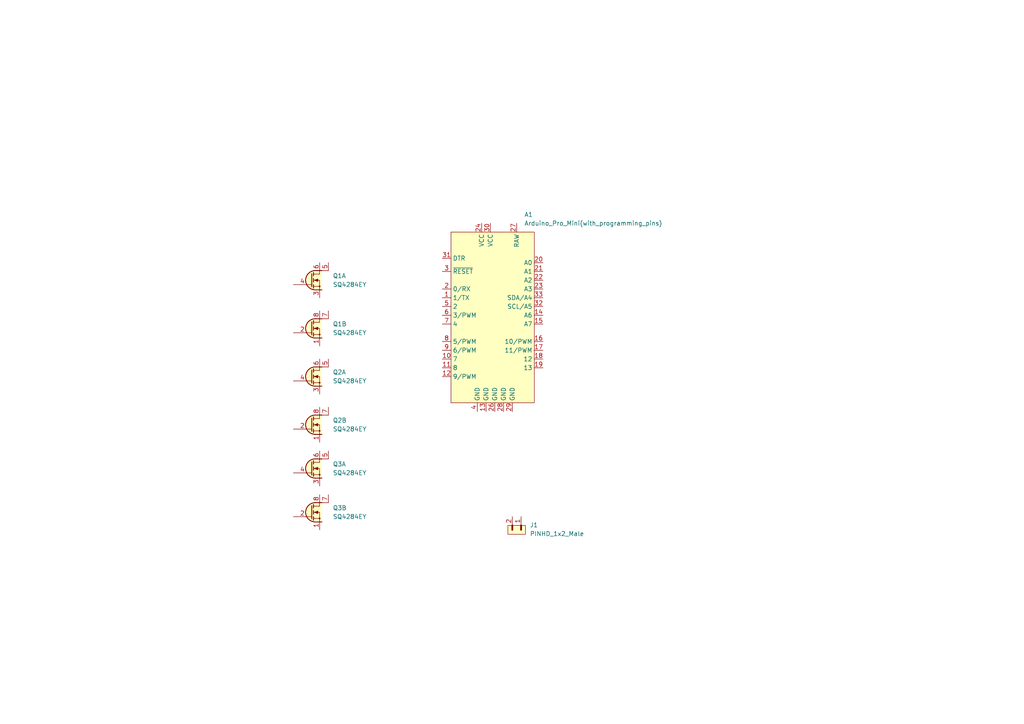
<source format=kicad_sch>
(kicad_sch (version 20231120) (generator "eeschema") (generator_version "8.0")
  (paper "A4")
  (lib_symbols
    (symbol "PCM_SL_Development_Board:Arduino_Pro_Mini(with_programming_pins)"
      (property "Reference" "A" (at -12.7 30.48 0))
      (property "Value" "Arduino_Pro_Mini(with_programming_pins)" (at 1.27 -3.81 0))
      (symbol "Arduino_Pro_Mini(with_programming_pins)_0_1"
        (rectangle (start -11.43 24.13) (end 12.7 -25.4) (fill (type background)))
      )
      (symbol "Arduino_Pro_Mini(with_programming_pins)_1_1"
        (pin bidirectional line (at -13.97 5.08 0) (length 2.54) (name "1/TX") (number "1"))
        (pin bidirectional line (at -13.97 -12.7 0) (length 2.54) (name "7") (number "10"))
        (pin bidirectional line (at -13.97 -15.24 0) (length 2.54) (name "8") (number "11"))
        (pin bidirectional line (at -13.97 -17.78 0) (length 2.54) (name "9/PWM") (number "12"))
        (pin power_in line (at -1.27 -27.94 90) (length 2.54) (name "GND") (number "13"))
        (pin bidirectional line (at 15.24 0 180) (length 2.54) (name "A6") (number "14"))
        (pin bidirectional line (at 15.24 -2.54 180) (length 2.54) (name "A7") (number "15"))
        (pin bidirectional line (at 15.24 -7.62 180) (length 2.54) (name "10/PWM") (number "16"))
        (pin bidirectional line (at 15.24 -10.16 180) (length 2.54) (name "11/PWM") (number "17"))
        (pin bidirectional line (at 15.24 -12.7 180) (length 2.54) (name "12") (number "18"))
        (pin bidirectional line (at 15.24 -15.24 180) (length 2.54) (name "13") (number "19"))
        (pin bidirectional line (at -13.97 7.62 0) (length 2.54) (name "0/RX") (number "2"))
        (pin bidirectional line (at 15.24 15.24 180) (length 2.54) (name "A0") (number "20"))
        (pin bidirectional line (at 15.24 12.7 180) (length 2.54) (name "A1") (number "21"))
        (pin bidirectional line (at 15.24 10.16 180) (length 2.54) (name "A2") (number "22"))
        (pin bidirectional line (at 15.24 7.62 180) (length 2.54) (name "A3") (number "23"))
        (pin power_in line (at -2.54 26.67 270) (length 2.54) (name "VCC") (number "24"))
        (pin power_in line (at 1.27 -27.94 90) (length 2.54) (name "GND") (number "26"))
        (pin power_in line (at 7.62 26.67 270) (length 2.54) (name "RAW") (number "27"))
        (pin power_in line (at 3.81 -27.94 90) (length 2.54) (name "GND") (number "28"))
        (pin power_in line (at 6.35 -27.94 90) (length 2.54) (name "GND") (number "29"))
        (pin bidirectional line (at -13.97 12.7 0) (length 2.54) (name "~{RESET}") (number "3"))
        (pin power_in line (at 0 26.67 270) (length 2.54) (name "VCC") (number "30"))
        (pin bidirectional line (at -13.97 16.51 0) (length 2.54) (name "DTR") (number "31"))
        (pin bidirectional line (at 15.24 2.54 180) (length 2.54) (name "SCL/A5") (number "32"))
        (pin bidirectional line (at 15.24 5.08 180) (length 2.54) (name "SDA/A4") (number "33"))
        (pin power_in line (at -3.81 -27.94 90) (length 2.54) (name "GND") (number "4"))
        (pin bidirectional line (at -13.97 2.54 0) (length 2.54) (name "2") (number "5"))
        (pin bidirectional line (at -13.97 0 0) (length 2.54) (name "3/PWM") (number "6"))
        (pin bidirectional line (at -13.97 -2.54 0) (length 2.54) (name "4") (number "7"))
        (pin bidirectional line (at -13.97 -7.62 0) (length 2.54) (name "5/PWM") (number "8"))
        (pin bidirectional line (at -13.97 -10.16 0) (length 2.54) (name "6/PWM") (number "9"))
      )
    )
    (symbol "PCM_SL_Pin_Headers:PINHD_1x2_Male"
      (property "Reference" "J" (at 0 6.35 0))
      (property "Value" "PINHD_1x2_Male" (at 0 3.81 0))
      (symbol "PINHD_1x2_Male_0_1"
        (rectangle (start -1.27 2.54) (end 1.27 -2.54) (fill (type background)))
        (polyline (pts (xy -1.27 -1.27) (xy 0 -1.27)) (stroke (width 0.3)))
        (polyline (pts (xy -1.27 -1.27) (xy 0 -1.27)) (stroke (width 0.5)))
        (polyline (pts (xy -1.27 1.27) (xy 0 1.27)) (stroke (width 0.3)))
        (polyline (pts (xy -1.27 1.27) (xy 0 1.27)) (stroke (width 0.5)))
      )
      (symbol "PINHD_1x2_Male_1_1"
        (pin passive line (at -3.81 1.27 0) (length 2.54) (name "") (number "1"))
        (pin passive line (at -3.81 -1.27 0) (length 2.54) (name "") (number "2"))
      )
    )
    (symbol "PCM_Transistor_MOSFET_AKL:SQ4284EY" (pin_names (offset 1.016) hide)
      (property "Reference" "Q" (at 5.08 1.27 0))
      (property "Value" "SQ4284EY" (at 5.08 -1.27 0))
      (symbol "SQ4284EY_1_1"
        (polyline (pts (xy -1.016 1.905) (xy -1.016 -1.905)) (stroke (width 0.254)))
        (polyline (pts (xy -0.508 -1.778) (xy 1.27 -1.778)))
        (polyline (pts (xy -0.508 -1.27) (xy -0.508 -2.286)) (stroke (width 0.254)))
        (polyline (pts (xy -0.508 0.508) (xy -0.508 -0.508)) (stroke (width 0.254)))
        (polyline (pts (xy -0.508 2.286) (xy -0.508 1.27)) (stroke (width 0.254)))
        (polyline (pts (xy 0 -2.794) (xy 1.905 -2.794)) (stroke (width 0.254)))
        (polyline (pts (xy 0 2.794) (xy 1.905 2.794)) (stroke (width 0.254)))
        (polyline (pts (xy 1.27 1.778) (xy -0.508 1.778)))
        (polyline (pts (xy 1.27 2.54) (xy 1.27 1.778)))
        (polyline (pts (xy 1.27 2.54) (xy 1.27 2.794)))
        (polyline (pts (xy 3.81 2.794) (xy 1.27 2.794)))
        (polyline (pts (xy 1.27 -2.54) (xy 1.27 0) (xy -0.508 0)))
        (polyline (pts (xy -0.254 0) (xy 0.762 0.381) (xy 0.762 -0.381) (xy -0.254 0)) (fill (type outline)))
        (polyline (pts (xy 1.905 -2.794) (xy -0.254 -2.794) (xy -1.397 -2.413) (xy -2.286 -1.651) (xy -2.667 -0.762) (xy -2.794 0.127) (xy -2.54 1.143) (xy -2.032 1.905) (xy -1.397 2.413) (xy -0.508 2.794) (xy 1.905 2.794)) (fill (type background)))
        (arc (start 0 2.794) (mid -2.7819 0) (end 0 -2.794) (stroke (width 0.254)))
        (circle (center 1.27 -1.778) (radius 0.1778) (fill (type outline)))
        (pin passive line (at 1.27 -5.08 90) (length 2.54) (name "S1") (number "3"))
        (pin input line (at -6.35 -1.27 0) (length 5.207) (name "G1") (number "4"))
        (pin passive line (at 3.81 5.08 270) (length 2.286) (name "D1") (number "5"))
        (pin passive line (at 1.27 5.08 270) (length 2.286) (name "D1") (number "6"))
      )
      (symbol "SQ4284EY_2_1"
        (polyline (pts (xy -1.016 1.905) (xy -1.016 -1.905)) (stroke (width 0.254)))
        (polyline (pts (xy -0.508 -1.778) (xy 1.27 -1.778)))
        (polyline (pts (xy -0.508 -1.27) (xy -0.508 -2.286)) (stroke (width 0.254)))
        (polyline (pts (xy -0.508 0.508) (xy -0.508 -0.508)) (stroke (width 0.254)))
        (polyline (pts (xy -0.508 2.286) (xy -0.508 1.27)) (stroke (width 0.254)))
        (polyline (pts (xy 0 -2.794) (xy 1.905 -2.794)) (stroke (width 0.254)))
        (polyline (pts (xy 0 2.794) (xy 1.905 2.794)) (stroke (width 0.254)))
        (polyline (pts (xy 1.27 1.778) (xy -0.508 1.778)))
        (polyline (pts (xy 1.27 2.54) (xy 1.27 1.778)))
        (polyline (pts (xy 1.27 2.54) (xy 1.27 2.794)))
        (polyline (pts (xy 3.81 2.794) (xy 1.27 2.794)))
        (polyline (pts (xy 1.27 -2.54) (xy 1.27 0) (xy -0.508 0)))
        (polyline (pts (xy -0.254 0) (xy 0.762 0.381) (xy 0.762 -0.381) (xy -0.254 0)) (fill (type outline)))
        (polyline (pts (xy 1.905 -2.794) (xy -0.254 -2.794) (xy -1.397 -2.413) (xy -2.286 -1.651) (xy -2.667 -0.762) (xy -2.794 0.127) (xy -2.54 1.143) (xy -2.032 1.905) (xy -1.397 2.413) (xy -0.508 2.794) (xy 1.905 2.794)) (fill (type background)))
        (arc (start 0 2.794) (mid -2.7819 0) (end 0 -2.794) (stroke (width 0.254)))
        (circle (center 1.27 -1.778) (radius 0.1778) (fill (type outline)))
        (pin passive line (at 1.27 -5.08 90) (length 2.54) (name "S2") (number "1"))
        (pin input line (at -6.35 -1.27 0) (length 5.207) (name "G2") (number "2"))
        (pin passive line (at 3.81 5.08 270) (length 2.286) (name "D2") (number "7"))
        (pin passive line (at 1.27 5.08 270) (length 2.286) (name "D2") (number "8"))
      )
    )
  )
  (symbol (lib_id "PCM_Transistor_MOSFET_AKL:SQ4284EY") (at 91.44 148.59 0) (unit 2)
    (property "Reference" "Q3" (at 96.52 147.3199 0) (effects (justify left)))
    (property "Value" "SQ4284EY" (at 96.52 149.8599 0) (effects (justify left)))
    (property "Footprint" "Package_SO_AKL:SO-8_3.9x4.9mm_P1.27mm" (effects (hide yes)))
    (property "Datasheet" "https://www.tme.eu/Document/441d233948c50014bb3142275f6b7c17/SQ4284EY.pdf" (effects (hide yes)))
    (property "Description" "SO-8 Dual N-MOS enchancement mode transistor, 40V, 8A, 3.9W, Alternate KiCAD Library" (effects (hide yes)))
  )
  (symbol (lib_id "PCM_Transistor_MOSFET_AKL:SQ4284EY") (at 91.44 95.25 0) (unit 2)
    (property "Reference" "Q1" (at 96.52 93.9799 0) (effects (justify left)))
    (property "Value" "SQ4284EY" (at 96.52 96.5199 0) (effects (justify left)))
    (property "Footprint" "Package_SO_AKL:SO-8_3.9x4.9mm_P1.27mm" (effects (hide yes)))
    (property "Datasheet" "https://www.tme.eu/Document/441d233948c50014bb3142275f6b7c17/SQ4284EY.pdf" (effects (hide yes)))
    (property "Description" "SO-8 Dual N-MOS enchancement mode transistor, 40V, 8A, 3.9W, Alternate KiCAD Library" (effects (hide yes)))
  )
  (symbol (lib_id "PCM_Transistor_MOSFET_AKL:SQ4284EY") (at 91.44 135.89 0) (unit 1)
    (property "Reference" "Q3" (at 96.52 134.6199 0) (effects (justify left)))
    (property "Value" "SQ4284EY" (at 96.52 137.1599 0) (effects (justify left)))
    (property "Footprint" "Package_SO_AKL:SO-8_3.9x4.9mm_P1.27mm" (effects (hide yes)))
    (property "Datasheet" "https://www.tme.eu/Document/441d233948c50014bb3142275f6b7c17/SQ4284EY.pdf" (effects (hide yes)))
    (property "Description" "SO-8 Dual N-MOS enchancement mode transistor, 40V, 8A, 3.9W, Alternate KiCAD Library" (effects (hide yes)))
  )
  (symbol (lib_id "PCM_Transistor_MOSFET_AKL:SQ4284EY") (at 91.44 109.22 0) (unit 1)
    (property "Reference" "Q2" (at 96.52 107.9499 0) (effects (justify left)))
    (property "Value" "SQ4284EY" (at 96.52 110.4899 0) (effects (justify left)))
    (property "Footprint" "Package_SO_AKL:SO-8_3.9x4.9mm_P1.27mm" (effects (hide yes)))
    (property "Datasheet" "https://www.tme.eu/Document/441d233948c50014bb3142275f6b7c17/SQ4284EY.pdf" (effects (hide yes)))
    (property "Description" "SO-8 Dual N-MOS enchancement mode transistor, 40V, 8A, 3.9W, Alternate KiCAD Library" (effects (hide yes)))
  )
  (symbol (lib_id "PCM_Transistor_MOSFET_AKL:SQ4284EY") (at 91.44 81.28 0) (unit 1)
    (property "Reference" "Q1" (at 96.52 80.0099 0) (effects (justify left)))
    (property "Value" "SQ4284EY" (at 96.52 82.5499 0) (effects (justify left)))
    (property "Footprint" "Package_SO_AKL:SO-8_3.9x4.9mm_P1.27mm" (effects (hide yes)))
    (property "Datasheet" "https://www.tme.eu/Document/441d233948c50014bb3142275f6b7c17/SQ4284EY.pdf" (effects (hide yes)))
    (property "Description" "SO-8 Dual N-MOS enchancement mode transistor, 40V, 8A, 3.9W, Alternate KiCAD Library" (effects (hide yes)))
  )
  (symbol (lib_id "PCM_SL_Pin_Headers:PINHD_1x2_Male") (at 149.86 153.67 270) (unit 1)
    (property "Reference" "J1" (at 153.67 152.2749 90) (effects (justify left)))
    (property "Value" "PINHD_1x2_Male" (at 153.67 154.8149 90) (effects (justify left)))
    (property "Footprint" "Connector_PinHeader_2.54mm:PinHeader_1x02_P2.54mm_Vertical" (effects (hide yes)))
    (property "Description" "Pin Header male with pin space 2.54mm. Pin Count -2" (effects (hide yes)))
  )
  (symbol (lib_id "PCM_Transistor_MOSFET_AKL:SQ4284EY") (at 91.44 123.19 0) (unit 2)
    (property "Reference" "Q2" (at 96.52 121.9199 0) (effects (justify left)))
    (property "Value" "SQ4284EY" (at 96.52 124.4599 0) (effects (justify left)))
    (property "Footprint" "Package_SO_AKL:SO-8_3.9x4.9mm_P1.27mm" (effects (hide yes)))
    (property "Datasheet" "https://www.tme.eu/Document/441d233948c50014bb3142275f6b7c17/SQ4284EY.pdf" (effects (hide yes)))
    (property "Description" "SO-8 Dual N-MOS enchancement mode transistor, 40V, 8A, 3.9W, Alternate KiCAD Library" (effects (hide yes)))
  )
  (symbol (lib_id "PCM_SL_Development_Board:Arduino_Pro_Mini(with_programming_pins)") (at 142.24 91.44 0) (unit 1)
    (property "Reference" "A1" (at 152.0541 62.23 0) (effects (justify left)))
    (property "Value" "Arduino_Pro_Mini(with_programming_pins)" (at 152.0541 64.77 0) (effects (justify left)))
    (property "Footprint" "PCM_SL_Development_Boards:Arduino_Pro_Mini(with_programming_pins)" (effects (hide yes)))
    (property "Description" "Arduino pro mini Development Board with programming pins" (effects (hide yes)))
  )
)
</source>
